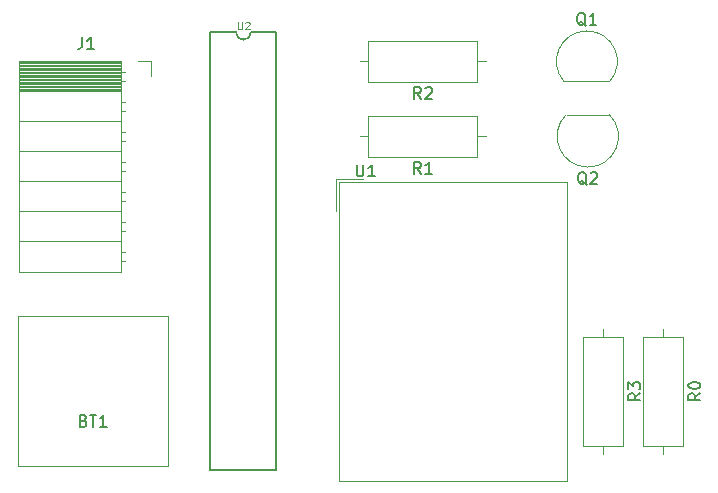
<source format=gto>
G04 #@! TF.GenerationSoftware,KiCad,Pcbnew,(5.1.2-1)-1*
G04 #@! TF.CreationDate,2020-06-28T11:55:39+09:00*
G04 #@! TF.ProjectId,7seg_module,37736567-5f6d-46f6-9475-6c652e6b6963,rev?*
G04 #@! TF.SameCoordinates,Original*
G04 #@! TF.FileFunction,Legend,Top*
G04 #@! TF.FilePolarity,Positive*
%FSLAX46Y46*%
G04 Gerber Fmt 4.6, Leading zero omitted, Abs format (unit mm)*
G04 Created by KiCad (PCBNEW (5.1.2-1)-1) date 2020-06-28 11:55:39*
%MOMM*%
%LPD*%
G04 APERTURE LIST*
%ADD10C,0.120000*%
%ADD11C,0.127000*%
%ADD12C,0.150000*%
%ADD13C,0.015000*%
G04 APERTURE END LIST*
D10*
X109220000Y-71120000D02*
X109220000Y-82550000D01*
X109220000Y-82550000D02*
X109220000Y-83820000D01*
X109220000Y-83820000D02*
X121920000Y-83820000D01*
X121920000Y-83820000D02*
X121920000Y-71120000D01*
X121920000Y-71120000D02*
X109220000Y-71120000D01*
X109290000Y-49590000D02*
X117920000Y-49590000D01*
X109290000Y-49708095D02*
X117920000Y-49708095D01*
X109290000Y-49826190D02*
X117920000Y-49826190D01*
X109290000Y-49944285D02*
X117920000Y-49944285D01*
X109290000Y-50062380D02*
X117920000Y-50062380D01*
X109290000Y-50180475D02*
X117920000Y-50180475D01*
X109290000Y-50298570D02*
X117920000Y-50298570D01*
X109290000Y-50416665D02*
X117920000Y-50416665D01*
X109290000Y-50534760D02*
X117920000Y-50534760D01*
X109290000Y-50652855D02*
X117920000Y-50652855D01*
X109290000Y-50770950D02*
X117920000Y-50770950D01*
X109290000Y-50889045D02*
X117920000Y-50889045D01*
X109290000Y-51007140D02*
X117920000Y-51007140D01*
X109290000Y-51125235D02*
X117920000Y-51125235D01*
X109290000Y-51243330D02*
X117920000Y-51243330D01*
X109290000Y-51361425D02*
X117920000Y-51361425D01*
X109290000Y-51479520D02*
X117920000Y-51479520D01*
X109290000Y-51597615D02*
X117920000Y-51597615D01*
X109290000Y-51715710D02*
X117920000Y-51715710D01*
X109290000Y-51833805D02*
X117920000Y-51833805D01*
X109290000Y-51951900D02*
X117920000Y-51951900D01*
X117920000Y-50440000D02*
X118270000Y-50440000D01*
X117920000Y-51160000D02*
X118270000Y-51160000D01*
X117920000Y-52980000D02*
X118330000Y-52980000D01*
X117920000Y-53700000D02*
X118330000Y-53700000D01*
X117920000Y-55520000D02*
X118330000Y-55520000D01*
X117920000Y-56240000D02*
X118330000Y-56240000D01*
X117920000Y-58060000D02*
X118330000Y-58060000D01*
X117920000Y-58780000D02*
X118330000Y-58780000D01*
X117920000Y-60600000D02*
X118330000Y-60600000D01*
X117920000Y-61320000D02*
X118330000Y-61320000D01*
X117920000Y-63140000D02*
X118330000Y-63140000D01*
X117920000Y-63860000D02*
X118330000Y-63860000D01*
X117920000Y-65680000D02*
X118330000Y-65680000D01*
X117920000Y-66400000D02*
X118330000Y-66400000D01*
X109290000Y-52070000D02*
X117920000Y-52070000D01*
X109290000Y-54610000D02*
X117920000Y-54610000D01*
X109290000Y-57150000D02*
X117920000Y-57150000D01*
X109290000Y-59690000D02*
X117920000Y-59690000D01*
X109290000Y-62230000D02*
X117920000Y-62230000D01*
X109290000Y-64770000D02*
X117920000Y-64770000D01*
X109290000Y-49470000D02*
X117920000Y-49470000D01*
X117920000Y-49470000D02*
X117920000Y-67370000D01*
X109290000Y-67370000D02*
X117920000Y-67370000D01*
X109290000Y-49470000D02*
X109290000Y-67370000D01*
X120490000Y-49470000D02*
X120490000Y-50800000D01*
X119380000Y-49470000D02*
X120490000Y-49470000D01*
X155460000Y-51230000D02*
X159310000Y-51230000D01*
X159348611Y-51220122D02*
G75*
G03X155460000Y-51230000I-1948611J1690122D01*
G01*
X155641522Y-54041522D02*
G75*
G03X157480000Y-58480000I1838478J-1838478D01*
G01*
X159318478Y-54041522D02*
G75*
G02X157480000Y-58480000I-1838478J-1838478D01*
G01*
X159280000Y-54030000D02*
X155680000Y-54030000D01*
X165550000Y-72850000D02*
X162110000Y-72850000D01*
X162110000Y-72850000D02*
X162110000Y-82090000D01*
X162110000Y-82090000D02*
X165550000Y-82090000D01*
X165550000Y-82090000D02*
X165550000Y-72850000D01*
X163830000Y-72160000D02*
X163830000Y-72850000D01*
X163830000Y-82780000D02*
X163830000Y-82090000D01*
X138200000Y-55880000D02*
X138890000Y-55880000D01*
X148820000Y-55880000D02*
X148130000Y-55880000D01*
X138890000Y-57600000D02*
X148130000Y-57600000D01*
X138890000Y-54160000D02*
X138890000Y-57600000D01*
X148130000Y-54160000D02*
X138890000Y-54160000D01*
X148130000Y-57600000D02*
X148130000Y-54160000D01*
X148130000Y-51250000D02*
X148130000Y-47810000D01*
X148130000Y-47810000D02*
X138890000Y-47810000D01*
X138890000Y-47810000D02*
X138890000Y-51250000D01*
X138890000Y-51250000D02*
X148130000Y-51250000D01*
X148820000Y-49530000D02*
X148130000Y-49530000D01*
X138200000Y-49530000D02*
X138890000Y-49530000D01*
X158750000Y-82780000D02*
X158750000Y-82090000D01*
X158750000Y-72160000D02*
X158750000Y-72850000D01*
X160470000Y-82090000D02*
X160470000Y-72850000D01*
X157030000Y-82090000D02*
X160470000Y-82090000D01*
X157030000Y-72850000D02*
X157030000Y-82090000D01*
X160470000Y-72850000D02*
X157030000Y-72850000D01*
X136150000Y-59520000D02*
X138430000Y-59520000D01*
X136150000Y-59520000D02*
X136150000Y-62230000D01*
X136405000Y-59770000D02*
X155695000Y-59770000D01*
X155695000Y-59770000D02*
X155695000Y-85020000D01*
X155695000Y-85020000D02*
X136405000Y-85020000D01*
X136405000Y-85020000D02*
X136405000Y-59770000D01*
D11*
X127685800Y-47053501D02*
X125526800Y-47053501D01*
X128955800Y-47053501D02*
G75*
G02X127685800Y-47053501I-635000J0D01*
G01*
X125526800Y-47053501D02*
X125526800Y-84137501D01*
X131114800Y-47053501D02*
X128955800Y-47053501D01*
X131114800Y-47053501D02*
X131114800Y-84137501D01*
X131114800Y-84137501D02*
X125526800Y-84137501D01*
D12*
X114784285Y-79938571D02*
X114927142Y-79986190D01*
X114974761Y-80033809D01*
X115022380Y-80129047D01*
X115022380Y-80271904D01*
X114974761Y-80367142D01*
X114927142Y-80414761D01*
X114831904Y-80462380D01*
X114450952Y-80462380D01*
X114450952Y-79462380D01*
X114784285Y-79462380D01*
X114879523Y-79510000D01*
X114927142Y-79557619D01*
X114974761Y-79652857D01*
X114974761Y-79748095D01*
X114927142Y-79843333D01*
X114879523Y-79890952D01*
X114784285Y-79938571D01*
X114450952Y-79938571D01*
X115308095Y-79462380D02*
X115879523Y-79462380D01*
X115593809Y-80462380D02*
X115593809Y-79462380D01*
X116736666Y-80462380D02*
X116165238Y-80462380D01*
X116450952Y-80462380D02*
X116450952Y-79462380D01*
X116355714Y-79605238D01*
X116260476Y-79700476D01*
X116165238Y-79748095D01*
X114666666Y-47482380D02*
X114666666Y-48196666D01*
X114619047Y-48339523D01*
X114523809Y-48434761D01*
X114380952Y-48482380D01*
X114285714Y-48482380D01*
X115666666Y-48482380D02*
X115095238Y-48482380D01*
X115380952Y-48482380D02*
X115380952Y-47482380D01*
X115285714Y-47625238D01*
X115190476Y-47720476D01*
X115095238Y-47768095D01*
X157304761Y-46517619D02*
X157209523Y-46470000D01*
X157114285Y-46374761D01*
X156971428Y-46231904D01*
X156876190Y-46184285D01*
X156780952Y-46184285D01*
X156828571Y-46422380D02*
X156733333Y-46374761D01*
X156638095Y-46279523D01*
X156590476Y-46089047D01*
X156590476Y-45755714D01*
X156638095Y-45565238D01*
X156733333Y-45470000D01*
X156828571Y-45422380D01*
X157019047Y-45422380D01*
X157114285Y-45470000D01*
X157209523Y-45565238D01*
X157257142Y-45755714D01*
X157257142Y-46089047D01*
X157209523Y-46279523D01*
X157114285Y-46374761D01*
X157019047Y-46422380D01*
X156828571Y-46422380D01*
X158209523Y-46422380D02*
X157638095Y-46422380D01*
X157923809Y-46422380D02*
X157923809Y-45422380D01*
X157828571Y-45565238D01*
X157733333Y-45660476D01*
X157638095Y-45708095D01*
X157384761Y-59987619D02*
X157289523Y-59940000D01*
X157194285Y-59844761D01*
X157051428Y-59701904D01*
X156956190Y-59654285D01*
X156860952Y-59654285D01*
X156908571Y-59892380D02*
X156813333Y-59844761D01*
X156718095Y-59749523D01*
X156670476Y-59559047D01*
X156670476Y-59225714D01*
X156718095Y-59035238D01*
X156813333Y-58940000D01*
X156908571Y-58892380D01*
X157099047Y-58892380D01*
X157194285Y-58940000D01*
X157289523Y-59035238D01*
X157337142Y-59225714D01*
X157337142Y-59559047D01*
X157289523Y-59749523D01*
X157194285Y-59844761D01*
X157099047Y-59892380D01*
X156908571Y-59892380D01*
X157718095Y-58987619D02*
X157765714Y-58940000D01*
X157860952Y-58892380D01*
X158099047Y-58892380D01*
X158194285Y-58940000D01*
X158241904Y-58987619D01*
X158289523Y-59082857D01*
X158289523Y-59178095D01*
X158241904Y-59320952D01*
X157670476Y-59892380D01*
X158289523Y-59892380D01*
X167002380Y-77636666D02*
X166526190Y-77970000D01*
X167002380Y-78208095D02*
X166002380Y-78208095D01*
X166002380Y-77827142D01*
X166050000Y-77731904D01*
X166097619Y-77684285D01*
X166192857Y-77636666D01*
X166335714Y-77636666D01*
X166430952Y-77684285D01*
X166478571Y-77731904D01*
X166526190Y-77827142D01*
X166526190Y-78208095D01*
X166002380Y-77017619D02*
X166002380Y-76922380D01*
X166050000Y-76827142D01*
X166097619Y-76779523D01*
X166192857Y-76731904D01*
X166383333Y-76684285D01*
X166621428Y-76684285D01*
X166811904Y-76731904D01*
X166907142Y-76779523D01*
X166954761Y-76827142D01*
X167002380Y-76922380D01*
X167002380Y-77017619D01*
X166954761Y-77112857D01*
X166907142Y-77160476D01*
X166811904Y-77208095D01*
X166621428Y-77255714D01*
X166383333Y-77255714D01*
X166192857Y-77208095D01*
X166097619Y-77160476D01*
X166050000Y-77112857D01*
X166002380Y-77017619D01*
X143343333Y-59052380D02*
X143010000Y-58576190D01*
X142771904Y-59052380D02*
X142771904Y-58052380D01*
X143152857Y-58052380D01*
X143248095Y-58100000D01*
X143295714Y-58147619D01*
X143343333Y-58242857D01*
X143343333Y-58385714D01*
X143295714Y-58480952D01*
X143248095Y-58528571D01*
X143152857Y-58576190D01*
X142771904Y-58576190D01*
X144295714Y-59052380D02*
X143724285Y-59052380D01*
X144010000Y-59052380D02*
X144010000Y-58052380D01*
X143914761Y-58195238D01*
X143819523Y-58290476D01*
X143724285Y-58338095D01*
X143343333Y-52702380D02*
X143010000Y-52226190D01*
X142771904Y-52702380D02*
X142771904Y-51702380D01*
X143152857Y-51702380D01*
X143248095Y-51750000D01*
X143295714Y-51797619D01*
X143343333Y-51892857D01*
X143343333Y-52035714D01*
X143295714Y-52130952D01*
X143248095Y-52178571D01*
X143152857Y-52226190D01*
X142771904Y-52226190D01*
X143724285Y-51797619D02*
X143771904Y-51750000D01*
X143867142Y-51702380D01*
X144105238Y-51702380D01*
X144200476Y-51750000D01*
X144248095Y-51797619D01*
X144295714Y-51892857D01*
X144295714Y-51988095D01*
X144248095Y-52130952D01*
X143676666Y-52702380D01*
X144295714Y-52702380D01*
X161922380Y-77636666D02*
X161446190Y-77970000D01*
X161922380Y-78208095D02*
X160922380Y-78208095D01*
X160922380Y-77827142D01*
X160970000Y-77731904D01*
X161017619Y-77684285D01*
X161112857Y-77636666D01*
X161255714Y-77636666D01*
X161350952Y-77684285D01*
X161398571Y-77731904D01*
X161446190Y-77827142D01*
X161446190Y-78208095D01*
X160922380Y-77303333D02*
X160922380Y-76684285D01*
X161303333Y-77017619D01*
X161303333Y-76874761D01*
X161350952Y-76779523D01*
X161398571Y-76731904D01*
X161493809Y-76684285D01*
X161731904Y-76684285D01*
X161827142Y-76731904D01*
X161874761Y-76779523D01*
X161922380Y-76874761D01*
X161922380Y-77160476D01*
X161874761Y-77255714D01*
X161827142Y-77303333D01*
X137908095Y-58272380D02*
X137908095Y-59081904D01*
X137955714Y-59177142D01*
X138003333Y-59224761D01*
X138098571Y-59272380D01*
X138289047Y-59272380D01*
X138384285Y-59224761D01*
X138431904Y-59177142D01*
X138479523Y-59081904D01*
X138479523Y-58272380D01*
X139479523Y-59272380D02*
X138908095Y-59272380D01*
X139193809Y-59272380D02*
X139193809Y-58272380D01*
X139098571Y-58415238D01*
X139003333Y-58510476D01*
X138908095Y-58558095D01*
D13*
X127832770Y-46178729D02*
X127832770Y-46697261D01*
X127863272Y-46758264D01*
X127893774Y-46788766D01*
X127954777Y-46819268D01*
X128076785Y-46819268D01*
X128137788Y-46788766D01*
X128168290Y-46758264D01*
X128198792Y-46697261D01*
X128198792Y-46178729D01*
X128473309Y-46239733D02*
X128503811Y-46209231D01*
X128564814Y-46178729D01*
X128717324Y-46178729D01*
X128778327Y-46209231D01*
X128808829Y-46239733D01*
X128839331Y-46300737D01*
X128839331Y-46361740D01*
X128808829Y-46453246D01*
X128442807Y-46819268D01*
X128839331Y-46819268D01*
M02*

</source>
